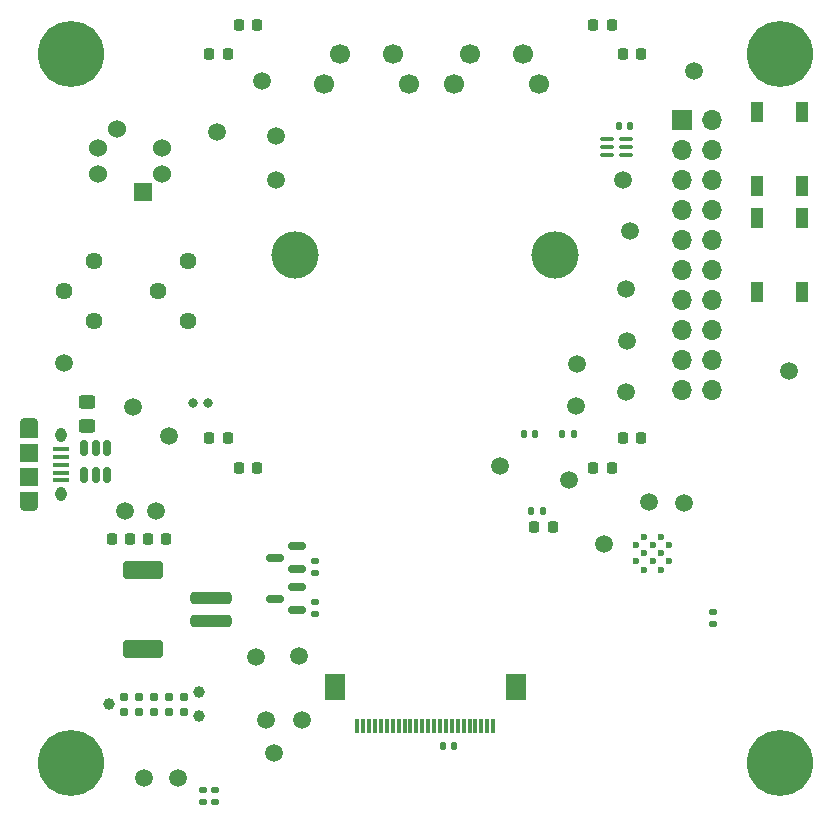
<source format=gts>
%TF.GenerationSoftware,KiCad,Pcbnew,(6.0.10)*%
%TF.CreationDate,2023-01-09T17:37:14-08:00*%
%TF.ProjectId,ai-camera,61692d63-616d-4657-9261-2e6b69636164,rev?*%
%TF.SameCoordinates,PX5a995c0PY2aea540*%
%TF.FileFunction,Soldermask,Top*%
%TF.FilePolarity,Negative*%
%FSLAX46Y46*%
G04 Gerber Fmt 4.6, Leading zero omitted, Abs format (unit mm)*
G04 Created by KiCad (PCBNEW (6.0.10)) date 2023-01-09 17:37:14*
%MOMM*%
%LPD*%
G01*
G04 APERTURE LIST*
G04 Aperture macros list*
%AMRoundRect*
0 Rectangle with rounded corners*
0 $1 Rounding radius*
0 $2 $3 $4 $5 $6 $7 $8 $9 X,Y pos of 4 corners*
0 Add a 4 corners polygon primitive as box body*
4,1,4,$2,$3,$4,$5,$6,$7,$8,$9,$2,$3,0*
0 Add four circle primitives for the rounded corners*
1,1,$1+$1,$2,$3*
1,1,$1+$1,$4,$5*
1,1,$1+$1,$6,$7*
1,1,$1+$1,$8,$9*
0 Add four rect primitives between the rounded corners*
20,1,$1+$1,$2,$3,$4,$5,0*
20,1,$1+$1,$4,$5,$6,$7,0*
20,1,$1+$1,$6,$7,$8,$9,0*
20,1,$1+$1,$8,$9,$2,$3,0*%
G04 Aperture macros list end*
%ADD10RoundRect,0.250000X-1.500000X0.250000X-1.500000X-0.250000X1.500000X-0.250000X1.500000X0.250000X0*%
%ADD11RoundRect,0.250001X-1.449999X0.499999X-1.449999X-0.499999X1.449999X-0.499999X1.449999X0.499999X0*%
%ADD12C,5.600000*%
%ADD13C,3.600000*%
%ADD14C,1.500000*%
%ADD15C,4.000000*%
%ADD16RoundRect,0.135000X-0.185000X0.135000X-0.185000X-0.135000X0.185000X-0.135000X0.185000X0.135000X0*%
%ADD17R,1.000000X1.700000*%
%ADD18RoundRect,0.250000X0.450000X-0.325000X0.450000X0.325000X-0.450000X0.325000X-0.450000X-0.325000X0*%
%ADD19RoundRect,0.140000X0.140000X0.170000X-0.140000X0.170000X-0.140000X-0.170000X0.140000X-0.170000X0*%
%ADD20RoundRect,0.218750X0.218750X0.256250X-0.218750X0.256250X-0.218750X-0.256250X0.218750X-0.256250X0*%
%ADD21RoundRect,0.135000X-0.135000X-0.185000X0.135000X-0.185000X0.135000X0.185000X-0.135000X0.185000X0*%
%ADD22RoundRect,0.218750X-0.218750X-0.256250X0.218750X-0.256250X0.218750X0.256250X-0.218750X0.256250X0*%
%ADD23C,1.700000*%
%ADD24RoundRect,0.140000X-0.140000X-0.170000X0.140000X-0.170000X0.140000X0.170000X-0.140000X0.170000X0*%
%ADD25RoundRect,0.075000X0.512500X0.075000X-0.512500X0.075000X-0.512500X-0.075000X0.512500X-0.075000X0*%
%ADD26RoundRect,0.150000X0.150000X-0.512500X0.150000X0.512500X-0.150000X0.512500X-0.150000X-0.512500X0*%
%ADD27RoundRect,0.140000X-0.170000X0.140000X-0.170000X-0.140000X0.170000X-0.140000X0.170000X0.140000X0*%
%ADD28C,1.440000*%
%ADD29R,0.300000X1.300000*%
%ADD30R,1.800000X2.200000*%
%ADD31RoundRect,0.135000X0.185000X-0.135000X0.185000X0.135000X-0.185000X0.135000X-0.185000X-0.135000X0*%
%ADD32C,0.800000*%
%ADD33R,1.350000X0.400000*%
%ADD34R,1.550000X1.500000*%
%ADD35R,1.550000X1.200000*%
%ADD36O,1.550000X0.890000*%
%ADD37O,0.950000X1.250000*%
%ADD38R,1.700000X1.700000*%
%ADD39O,1.700000X1.700000*%
%ADD40RoundRect,0.135000X0.135000X0.185000X-0.135000X0.185000X-0.135000X-0.185000X0.135000X-0.185000X0*%
%ADD41RoundRect,0.150000X0.587500X0.150000X-0.587500X0.150000X-0.587500X-0.150000X0.587500X-0.150000X0*%
%ADD42R,1.524000X1.524000*%
%ADD43C,1.524000*%
%ADD44C,0.990600*%
%ADD45C,0.787400*%
%ADD46C,0.600000*%
G04 APERTURE END LIST*
D10*
X16850000Y-51000000D03*
X16850000Y-53000000D03*
D11*
X11100000Y-55350000D03*
X11100000Y-48650000D03*
D12*
X5000000Y-65000000D03*
D13*
X5000000Y-65000000D03*
D12*
X5000000Y-5000000D03*
D13*
X5000000Y-5000000D03*
D14*
X47750000Y-34775000D03*
D15*
X24000000Y-22000000D03*
X46000000Y-22000000D03*
D14*
X51736000Y-15668000D03*
D16*
X25675000Y-47865000D03*
X25675000Y-48885000D03*
D17*
X63100000Y-25150000D03*
X63100000Y-18850000D03*
X66900000Y-18850000D03*
X66900000Y-25150000D03*
D18*
X6350000Y-36475000D03*
X6350000Y-34425000D03*
D19*
X37430000Y-63525000D03*
X36470000Y-63525000D03*
D20*
X45787500Y-45000000D03*
X44212500Y-45000000D03*
D21*
X46570000Y-37100000D03*
X47590000Y-37100000D03*
D22*
X8437500Y-46000000D03*
X10012500Y-46000000D03*
D14*
X12230000Y-43670000D03*
X22350000Y-11950000D03*
D22*
X16712500Y-37500000D03*
X18287500Y-37500000D03*
D14*
X52100000Y-29250000D03*
X20670000Y-55980000D03*
X47825000Y-31225000D03*
X11200000Y-66290000D03*
X10250000Y-34840000D03*
D23*
X26400000Y-7500000D03*
X33600000Y-7500000D03*
X32250000Y-5000000D03*
X27750000Y-5000000D03*
D14*
X14025000Y-66275000D03*
D22*
X51712500Y-37500000D03*
X53287500Y-37500000D03*
D14*
X51975000Y-33550000D03*
D24*
X43330000Y-37100000D03*
X44290000Y-37100000D03*
D22*
X19212500Y-2500000D03*
X20787500Y-2500000D03*
D25*
X51967500Y-13500000D03*
X51967500Y-12850000D03*
X51967500Y-12200000D03*
X50392500Y-12200000D03*
X50392500Y-12850000D03*
X50392500Y-13500000D03*
D20*
X20787500Y-40000000D03*
X19212500Y-40000000D03*
D22*
X11487500Y-46000000D03*
X13062500Y-46000000D03*
D14*
X21500000Y-61350000D03*
D19*
X52360000Y-11050000D03*
X51400000Y-11050000D03*
D26*
X6150000Y-40587500D03*
X7100000Y-40587500D03*
X8050000Y-40587500D03*
X8050000Y-38312500D03*
X7100000Y-38312500D03*
X6150000Y-38312500D03*
D27*
X17200000Y-67300000D03*
X17200000Y-68260000D03*
D28*
X14940000Y-22460000D03*
X12400000Y-25000000D03*
X14940000Y-27540000D03*
D29*
X40750000Y-61850000D03*
X40250000Y-61850000D03*
X39750000Y-61850000D03*
X39250000Y-61850000D03*
X38750000Y-61850000D03*
X38250000Y-61850000D03*
X37750000Y-61850000D03*
X37250000Y-61850000D03*
X36750000Y-61850000D03*
X36250000Y-61850000D03*
X35750000Y-61850000D03*
X35250000Y-61850000D03*
X34750000Y-61850000D03*
X34250000Y-61850000D03*
X33750000Y-61850000D03*
X33250000Y-61850000D03*
X32750000Y-61850000D03*
X32250000Y-61850000D03*
X31750000Y-61850000D03*
X31250000Y-61850000D03*
X30750000Y-61850000D03*
X30250000Y-61850000D03*
X29750000Y-61850000D03*
X29250000Y-61850000D03*
D30*
X42650000Y-58600000D03*
X27350000Y-58600000D03*
D14*
X53910000Y-42900000D03*
X9600000Y-43680000D03*
X24550000Y-61350000D03*
X13275000Y-37300000D03*
X22210000Y-64110000D03*
D22*
X49212500Y-2500000D03*
X50787500Y-2500000D03*
D14*
X24290000Y-55970000D03*
X57720000Y-6440000D03*
X41340000Y-39850000D03*
D31*
X16200000Y-68310000D03*
X16200000Y-67290000D03*
D14*
X47150000Y-41075000D03*
X52350000Y-19925000D03*
X4420000Y-31130000D03*
D22*
X51712500Y-5000000D03*
X53287500Y-5000000D03*
D23*
X44600000Y-7500000D03*
X37400000Y-7500000D03*
X43250000Y-5000000D03*
X38750000Y-5000000D03*
D17*
X63100000Y-9850000D03*
X63100000Y-16150000D03*
X66900000Y-16150000D03*
X66900000Y-9850000D03*
D14*
X52025000Y-24825000D03*
D32*
X15375000Y-34500000D03*
X16625000Y-34500000D03*
D33*
X4150000Y-38450000D03*
X4150000Y-39100000D03*
X4150000Y-39750000D03*
X4150000Y-40400000D03*
X4150000Y-41050000D03*
D34*
X1450000Y-38750000D03*
D35*
X1450000Y-42650000D03*
D34*
X1450000Y-40750000D03*
D36*
X1450000Y-36250000D03*
D37*
X4150000Y-42250000D03*
D35*
X1450000Y-36850000D03*
D37*
X4150000Y-37250000D03*
D36*
X1450000Y-43250000D03*
D14*
X65840000Y-31810000D03*
D22*
X16712500Y-5000000D03*
X18287500Y-5000000D03*
D28*
X6940000Y-22460000D03*
X4400000Y-25000000D03*
X6940000Y-27540000D03*
D13*
X65000000Y-5000000D03*
D12*
X65000000Y-5000000D03*
D38*
X56725000Y-10575000D03*
D39*
X59265000Y-10575000D03*
X56725000Y-13115000D03*
X59265000Y-13115000D03*
X56725000Y-15655000D03*
X59265000Y-15655000D03*
X56725000Y-18195000D03*
X59265000Y-18195000D03*
X56725000Y-20735000D03*
X59265000Y-20735000D03*
X56725000Y-23275000D03*
X59265000Y-23275000D03*
X56725000Y-25815000D03*
X59265000Y-25815000D03*
X56725000Y-28355000D03*
X59265000Y-28355000D03*
X56725000Y-30895000D03*
X59265000Y-30895000D03*
X56725000Y-33435000D03*
X59265000Y-33435000D03*
D40*
X44960000Y-43675000D03*
X43940000Y-43675000D03*
D14*
X22340000Y-15630000D03*
D20*
X50787500Y-40000000D03*
X49212500Y-40000000D03*
D41*
X24150000Y-52025000D03*
X24150000Y-50125000D03*
X22275000Y-51075000D03*
D14*
X50120000Y-46470000D03*
D13*
X65000000Y-65000000D03*
D12*
X65000000Y-65000000D03*
D16*
X25700000Y-51340000D03*
X25700000Y-52360000D03*
D41*
X24137500Y-48550000D03*
X24137500Y-46650000D03*
X22262500Y-47600000D03*
D14*
X56940000Y-42960000D03*
D31*
X59380000Y-53240000D03*
X59380000Y-52220000D03*
D14*
X21150000Y-7250000D03*
D42*
X11123152Y-16691848D03*
D43*
X12700000Y-15115000D03*
X12700000Y-12885000D03*
X8876848Y-11308152D03*
X7300000Y-12885000D03*
X7300000Y-15115000D03*
D14*
X17370000Y-11550000D03*
D44*
X15810000Y-61016000D03*
X15810000Y-58984000D03*
X8190000Y-60000000D03*
D45*
X9460000Y-60635000D03*
X10730000Y-60635000D03*
X12000000Y-60635000D03*
X13270000Y-60635000D03*
X14540000Y-60635000D03*
X14540000Y-59365000D03*
X13270000Y-59365000D03*
X12000000Y-59365000D03*
X10730000Y-59365000D03*
X9460000Y-59365000D03*
D46*
X54960000Y-47230000D03*
X54960000Y-48630000D03*
X54260000Y-47930000D03*
X54960000Y-45830000D03*
X52860000Y-47930000D03*
X55660000Y-47930000D03*
X52860000Y-46530000D03*
X54260000Y-46530000D03*
X53560000Y-45830000D03*
X53560000Y-47230000D03*
X55660000Y-46530000D03*
X53560000Y-48630000D03*
M02*

</source>
